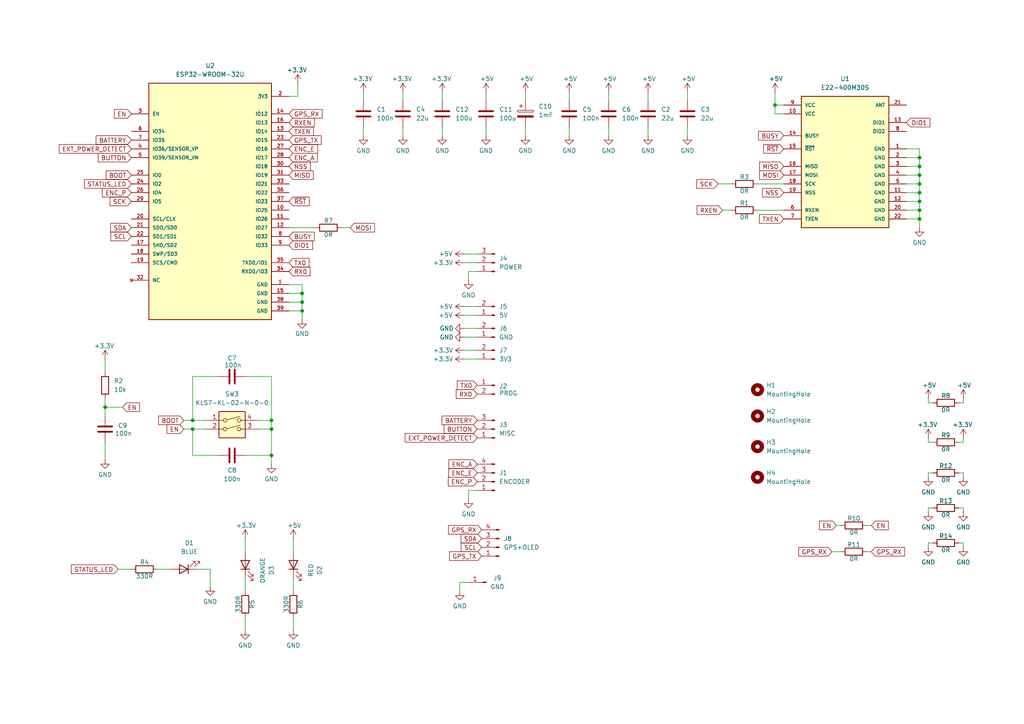
<source format=kicad_sch>
(kicad_sch (version 20231120) (generator "eeschema") (generator_version "8.0")
  (paper "A4")
  (lib_symbols
    (symbol "Connector:Conn_01x01_Pin" (pin_names (offset 1.016) hide)
      (property "Reference" "J" (at 0 2.54 0))
      (property "Value" "Conn_01x01_Pin" (at 0 -2.54 0))
      (symbol "Conn_01x01_Pin_1_1"
        (pin passive line (at 5.08 0 180) (length 3.81) (name "Pin_1") (number "1"))
      )
    )
    (symbol "Connector:Conn_01x02_Pin" (pin_names (offset 1.016) hide)
      (property "Reference" "J" (at 0 2.54 0))
      (property "Value" "Conn_01x02_Pin" (at 0 -5.08 0))
      (symbol "Conn_01x02_Pin_1_1"
        (pin passive line (at 5.08 0 180) (length 3.81) (name "Pin_1") (number "1"))
        (pin passive line (at 5.08 -2.54 180) (length 3.81) (name "Pin_2") (number "2"))
      )
    )
    (symbol "Connector:Conn_01x03_Pin" (pin_names (offset 1.016) hide)
      (property "Reference" "J" (at 0 5.08 0))
      (property "Value" "Conn_01x03_Pin" (at 0 -5.08 0))
      (symbol "Conn_01x03_Pin_1_1"
        (pin passive line (at 5.08 2.54 180) (length 3.81) (name "Pin_1") (number "1"))
        (pin passive line (at 5.08 0 180) (length 3.81) (name "Pin_2") (number "2"))
        (pin passive line (at 5.08 -2.54 180) (length 3.81) (name "Pin_3") (number "3"))
      )
    )
    (symbol "Connector:Conn_01x04_Pin" (pin_names (offset 1.016) hide)
      (property "Reference" "J" (at 0 5.08 0))
      (property "Value" "Conn_01x04_Pin" (at 0 -7.62 0))
      (symbol "Conn_01x04_Pin_1_1"
        (pin passive line (at 5.08 2.54 180) (length 3.81) (name "Pin_1") (number "1"))
        (pin passive line (at 5.08 0 180) (length 3.81) (name "Pin_2") (number "2"))
        (pin passive line (at 5.08 -2.54 180) (length 3.81) (name "Pin_3") (number "3"))
        (pin passive line (at 5.08 -5.08 180) (length 3.81) (name "Pin_4") (number "4"))
      )
    )
    (symbol "Device:C" (pin_numbers hide) (pin_names (offset 0.254))
      (property "Reference" "C" (at 0.635 2.54 0))
      (property "Value" "C" (at 0.635 -2.54 0))
      (symbol "C_1_1"
        (pin passive line (at 0 3.81 270) (length 2.794) (name "~") (number "1"))
        (pin passive line (at 0 -3.81 90) (length 2.794) (name "~") (number "2"))
      )
    )
    (symbol "Device:C_Polarized" (pin_numbers hide) (pin_names (offset 0.254))
      (property "Reference" "C" (at 0.635 2.54 0))
      (property "Value" "C_Polarized" (at 0.635 -2.54 0))
      (symbol "C_Polarized_1_1"
        (pin passive line (at 0 3.81 270) (length 2.794) (name "~") (number "1"))
        (pin passive line (at 0 -3.81 90) (length 2.794) (name "~") (number "2"))
      )
    )
    (symbol "Device:LED" (pin_numbers hide) (pin_names (offset 1.016) hide)
      (property "Reference" "D" (at 0 2.54 0))
      (property "Value" "LED" (at 0 -2.54 0))
      (symbol "LED_1_1"
        (pin passive line (at -3.81 0 0) (length 2.54) (name "K") (number "1"))
        (pin passive line (at 3.81 0 180) (length 2.54) (name "A") (number "2"))
      )
    )
    (symbol "Device:R" (pin_numbers hide) (pin_names (offset 0))
      (property "Reference" "R" (at 2.032 0 90))
      (property "Value" "R" (at 0 0 90))
      (symbol "R_1_1"
        (pin passive line (at 0 3.81 270) (length 1.27) (name "~") (number "1"))
        (pin passive line (at 0 -3.81 90) (length 1.27) (name "~") (number "2"))
      )
    )
    (symbol "Mechanical:MountingHole" (pin_names (offset 1.016)) (exclude_from_sim yes) (in_bom no)
      (property "Reference" "H" (at 0 5.08 0))
      (property "Value" "MountingHole" (at 0 3.175 0))
    )
    (symbol "Switch:SW_DIP_x02" (pin_names (offset 0) hide)
      (property "Reference" "SW" (at 0 6.35 0))
      (property "Value" "SW_DIP_x02" (at 0 -3.81 0))
      (symbol "SW_DIP_x02_1_1"
        (pin passive line (at -7.62 2.54 0) (length 5.08) (name "~") (number "1"))
        (pin passive line (at -7.62 0 0) (length 5.08) (name "~") (number "2"))
        (pin passive line (at 7.62 0 180) (length 5.08) (name "~") (number "3"))
        (pin passive line (at 7.62 2.54 180) (length 5.08) (name "~") (number "4"))
      )
    )
    (symbol "aa_ld1:E22-400M30S" (pin_names (offset 1.016))
      (property "Reference" "U" (at -12.7 16.002 0))
      (property "Value" "E22-400M30S" (at -12.954 -25.4 0))
      (symbol "E22-400M30S_0_0"
        (pin power_in line (at 17.78 0 180) (length 5.08) (name "GND") (number "1"))
        (pin power_in line (at -17.78 10.16 0) (length 5.08) (name "VCC") (number "10"))
        (pin power_in line (at 17.78 -12.7 180) (length 5.08) (name "GND") (number "11"))
        (pin power_in line (at 17.78 -15.24 180) (length 5.08) (name "GND") (number "12"))
        (pin bidirectional line (at 17.78 7.62 180) (length 5.08) (name "DIO1") (number "13"))
        (pin output line (at -17.78 3.81 0) (length 5.08) (name "BUSY") (number "14"))
        (pin input line (at -17.78 0 0) (length 5.08) (name "~{RST}") (number "15"))
        (pin output line (at -17.78 -5.08 0) (length 5.08) (name "MISO") (number "16"))
        (pin input line (at -17.78 -7.62 0) (length 5.08) (name "MOSI") (number "17"))
        (pin input line (at -17.78 -10.16 0) (length 5.08) (name "SCK") (number "18"))
        (pin input line (at -17.78 -12.7 0) (length 5.08) (name "NSS") (number "19"))
        (pin power_in line (at 17.78 -2.54 180) (length 5.08) (name "GND") (number "2"))
        (pin power_in line (at 17.78 -17.78 180) (length 5.08) (name "GND") (number "20"))
        (pin output line (at 17.78 12.7 180) (length 5.08) (name "ANT") (number "21"))
        (pin power_in line (at 17.78 -20.32 180) (length 5.08) (name "GND") (number "22"))
        (pin power_in line (at 17.78 -5.08 180) (length 5.08) (name "GND") (number "3"))
        (pin power_in line (at 17.78 -7.62 180) (length 5.08) (name "GND") (number "4"))
        (pin power_in line (at 17.78 -10.16 180) (length 5.08) (name "GND") (number "5"))
        (pin input line (at -17.78 -17.78 0) (length 5.08) (name "RXEN") (number "6"))
        (pin input line (at -17.78 -20.32 0) (length 5.08) (name "TXEN") (number "7"))
        (pin bidirectional line (at 17.78 5.08 180) (length 5.08) (name "DIO2") (number "8"))
        (pin power_in line (at -17.78 12.7 0) (length 5.08) (name "VCC") (number "9"))
      )
    )
    (symbol "aa_ld1:ESP32-WROOM-32U" (pin_names (offset 1.016))
      (property "Reference" "U" (at -17.78 32.512 0))
      (property "Value" "ESP32-WROOM-32U" (at -17.78 -39.878 0))
      (symbol "ESP32-WROOM-32U_0_0"
        (pin power_in line (at 22.86 -26.67 180) (length 5.08) (name "GND") (number "1"))
        (pin bidirectional line (at 22.86 -5.08 180) (length 5.08) (name "IO25") (number "10"))
        (pin bidirectional line (at 22.86 -7.62 180) (length 5.08) (name "IO26") (number "11"))
        (pin bidirectional line (at 22.86 -10.16 180) (length 5.08) (name "IO27") (number "12"))
        (pin bidirectional line (at 22.86 17.78 180) (length 5.08) (name "IO14") (number "13"))
        (pin bidirectional line (at 22.86 22.86 180) (length 5.08) (name "IO12") (number "14"))
        (pin power_in line (at 22.86 -29.21 180) (length 5.08) (name "GND") (number "15"))
        (pin bidirectional line (at 22.86 20.32 180) (length 5.08) (name "IO13") (number "16"))
        (pin bidirectional line (at -22.86 -15.24 0) (length 5.08) (name "SHD/SD2") (number "17"))
        (pin bidirectional line (at -22.86 -17.78 0) (length 5.08) (name "SWP/SD3") (number "18"))
        (pin bidirectional line (at -22.86 -20.32 0) (length 5.08) (name "SCS/CMD") (number "19"))
        (pin power_in line (at 22.86 27.94 180) (length 5.08) (name "3V3") (number "2"))
        (pin bidirectional line (at -22.86 -7.62 0) (length 5.08) (name "SCL/CLK") (number "20"))
        (pin bidirectional line (at -22.86 -10.16 0) (length 5.08) (name "SDO/SD0") (number "21"))
        (pin bidirectional line (at -22.86 -12.7 0) (length 5.08) (name "SD1/SD1") (number "22"))
        (pin bidirectional line (at 22.86 15.24 180) (length 5.08) (name "IO15") (number "23"))
        (pin bidirectional line (at -22.86 2.54 0) (length 5.08) (name "IO2") (number "24"))
        (pin bidirectional line (at -22.86 5.08 0) (length 5.08) (name "IO0") (number "25"))
        (pin bidirectional line (at -22.86 0 0) (length 5.08) (name "IO4") (number "26"))
        (pin bidirectional line (at 22.86 12.7 180) (length 5.08) (name "IO16") (number "27"))
        (pin bidirectional line (at 22.86 10.16 180) (length 5.08) (name "IO17") (number "28"))
        (pin bidirectional line (at -22.86 -2.54 0) (length 5.08) (name "IO5") (number "29"))
        (pin input line (at -22.86 22.86 0) (length 5.08) (name "EN") (number "3"))
        (pin bidirectional line (at 22.86 7.62 180) (length 5.08) (name "IO18") (number "30"))
        (pin bidirectional line (at 22.86 5.08 180) (length 5.08) (name "IO19") (number "31"))
        (pin no_connect line (at -22.86 -25.4 0) (length 5.08) (name "NC") (number "32"))
        (pin bidirectional line (at 22.86 2.54 180) (length 5.08) (name "IO21") (number "33"))
        (pin bidirectional line (at 22.86 -22.86 180) (length 5.08) (name "RXD0/IO3") (number "34"))
        (pin bidirectional line (at 22.86 -20.32 180) (length 5.08) (name "TXD0/IO1") (number "35"))
        (pin bidirectional line (at 22.86 0 180) (length 5.08) (name "IO22") (number "36"))
        (pin bidirectional line (at 22.86 -2.54 180) (length 5.08) (name "IO23") (number "37"))
        (pin power_in line (at 22.86 -31.75 180) (length 5.08) (name "GND") (number "38"))
        (pin input line (at -22.86 12.7 0) (length 5.08) (name "IO36/SENSOR_VP") (number "4"))
        (pin input line (at -22.86 10.16 0) (length 5.08) (name "IO39/SENSOR_VN") (number "5"))
        (pin input line (at -22.86 17.78 0) (length 5.08) (name "IO34") (number "6"))
        (pin input line (at -22.86 15.24 0) (length 5.08) (name "IO35") (number "7"))
        (pin bidirectional line (at 22.86 -12.7 180) (length 5.08) (name "IO32") (number "8"))
        (pin bidirectional line (at 22.86 -15.24 180) (length 5.08) (name "IO33") (number "9"))
      )
      (symbol "ESP32-WROOM-32U_1_0"
        (pin power_in line (at 22.86 -34.29 180) (length 5.08) (name "GND") (number "39"))
      )
    )
    (symbol "power:+3.3V" (power) (pin_numbers hide) (pin_names (offset 0) hide)
      (property "Value" "+3.3V" (at 0 3.556 0))
      (symbol "+3.3V_1_1"
        (pin power_in line (at 0 0 90) (length 0) (name "~") (number "1"))
      )
    )
    (symbol "power:+5V" (power) (pin_numbers hide) (pin_names (offset 0) hide)
      (property "Value" "+5V" (at 0 3.556 0))
      (symbol "+5V_1_1"
        (pin power_in line (at 0 0 90) (length 0) (name "~") (number "1"))
      )
    )
    (symbol "power:GND" (power) (pin_numbers hide) (pin_names (offset 0) hide)
      (property "Value" "GND" (at 0 -3.81 0))
      (symbol "GND_1_1"
        (pin power_in line (at 0 0 270) (length 0) (name "~") (number "1"))
      )
    )
  )
  (junction (at 30.48 118.11))
  (junction (at 87.63 85.09))
  (junction (at 55.88 124.46))
  (junction (at 266.7 60.96))
  (junction (at 266.7 53.34))
  (junction (at 266.7 50.8))
  (junction (at 224.79 30.48))
  (junction (at 78.74 121.92))
  (junction (at 87.63 87.63))
  (junction (at 78.74 124.46))
  (junction (at 266.7 63.5))
  (junction (at 266.7 45.72))
  (junction (at 87.63 90.17))
  (junction (at 55.88 121.92))
  (junction (at 78.74 132.08))
  (junction (at 266.7 48.26))
  (junction (at 266.7 55.88))
  (junction (at 266.7 58.42))
  (wire (pts (xy 278.13 157.48) (xy 279.4 157.48)))
  (wire (pts (xy 128.27 26.67) (xy 128.27 29.21)))
  (wire (pts (xy 269.24 128.27) (xy 269.24 127)))
  (wire (pts (xy 279.4 137.16) (xy 279.4 138.43)))
  (wire (pts (xy 53.34 121.92) (xy 55.88 121.92)))
  (wire (pts (xy 87.63 87.63) (xy 87.63 85.09)))
  (wire (pts (xy 138.43 78.74) (xy 135.89 78.74)))
  (wire (pts (xy 165.1 39.37) (xy 165.1 36.83)))
  (wire (pts (xy 266.7 50.8) (xy 266.7 53.34)))
  (wire (pts (xy 83.82 66.04) (xy 91.44 66.04)))
  (wire (pts (xy 71.12 167.64) (xy 71.12 171.45)))
  (wire (pts (xy 279.4 157.48) (xy 279.4 158.75)))
  (wire (pts (xy 278.13 116.84) (xy 279.4 116.84)))
  (wire (pts (xy 30.48 128.27) (xy 30.48 133.35)))
  (wire (pts (xy 74.93 121.92) (xy 78.74 121.92)))
  (wire (pts (xy 135.89 142.24) (xy 138.43 142.24)))
  (wire (pts (xy 101.6 66.04) (xy 99.06 66.04)))
  (wire (pts (xy 140.97 26.67) (xy 140.97 29.21)))
  (wire (pts (xy 87.63 82.55) (xy 83.82 82.55)))
  (wire (pts (xy 135.89 78.74) (xy 135.89 81.28)))
  (wire (pts (xy 219.71 53.34) (xy 227.33 53.34)))
  (wire (pts (xy 176.53 39.37) (xy 176.53 36.83)))
  (wire (pts (xy 71.12 109.22) (xy 78.74 109.22)))
  (wire (pts (xy 87.63 92.71) (xy 87.63 90.17)))
  (wire (pts (xy 133.35 168.91) (xy 135.89 168.91)))
  (wire (pts (xy 270.51 147.32) (xy 269.24 147.32)))
  (wire (pts (xy 243.84 152.4) (xy 242.57 152.4)))
  (wire (pts (xy 53.34 124.46) (xy 55.88 124.46)))
  (wire (pts (xy 128.27 39.37) (xy 128.27 36.83)))
  (wire (pts (xy 55.88 124.46) (xy 55.88 132.08)))
  (wire (pts (xy 262.89 63.5) (xy 266.7 63.5)))
  (wire (pts (xy 57.15 165.1) (xy 60.96 165.1)))
  (wire (pts (xy 134.62 88.9) (xy 138.43 88.9)))
  (wire (pts (xy 59.69 124.46) (xy 55.88 124.46)))
  (wire (pts (xy 134.62 104.14) (xy 138.43 104.14)))
  (wire (pts (xy 30.48 118.11) (xy 30.48 120.65)))
  (wire (pts (xy 270.51 157.48) (xy 269.24 157.48)))
  (wire (pts (xy 55.88 132.08) (xy 63.5 132.08)))
  (wire (pts (xy 105.41 39.37) (xy 105.41 36.83)))
  (wire (pts (xy 266.7 58.42) (xy 266.7 55.88)))
  (wire (pts (xy 269.24 147.32) (xy 269.24 148.59)))
  (wire (pts (xy 266.7 60.96) (xy 266.7 58.42)))
  (wire (pts (xy 262.89 45.72) (xy 266.7 45.72)))
  (wire (pts (xy 83.82 85.09) (xy 87.63 85.09)))
  (wire (pts (xy 187.96 26.67) (xy 187.96 29.21)))
  (wire (pts (xy 133.35 171.45) (xy 133.35 168.91)))
  (wire (pts (xy 165.1 26.67) (xy 165.1 29.21)))
  (wire (pts (xy 71.12 156.21) (xy 71.12 160.02)))
  (wire (pts (xy 208.28 53.34) (xy 212.09 53.34)))
  (wire (pts (xy 85.09 167.64) (xy 85.09 171.45)))
  (wire (pts (xy 60.96 165.1) (xy 60.96 170.18)))
  (wire (pts (xy 134.62 95.25) (xy 138.43 95.25)))
  (wire (pts (xy 71.12 132.08) (xy 78.74 132.08)))
  (wire (pts (xy 83.82 90.17) (xy 87.63 90.17)))
  (wire (pts (xy 269.24 157.48) (xy 269.24 158.75)))
  (wire (pts (xy 209.55 60.96) (xy 212.09 60.96)))
  (wire (pts (xy 55.88 121.92) (xy 59.69 121.92)))
  (wire (pts (xy 262.89 60.96) (xy 266.7 60.96)))
  (wire (pts (xy 266.7 63.5) (xy 266.7 60.96)))
  (wire (pts (xy 224.79 33.02) (xy 224.79 30.48)))
  (wire (pts (xy 279.4 116.84) (xy 279.4 115.57)))
  (wire (pts (xy 30.48 104.14) (xy 30.48 107.95)))
  (wire (pts (xy 116.84 39.37) (xy 116.84 36.83)))
  (wire (pts (xy 279.4 128.27) (xy 279.4 127)))
  (wire (pts (xy 227.33 33.02) (xy 224.79 33.02)))
  (wire (pts (xy 266.7 53.34) (xy 262.89 53.34)))
  (wire (pts (xy 199.39 26.67) (xy 199.39 29.21)))
  (wire (pts (xy 243.84 160.02) (xy 241.3 160.02)))
  (wire (pts (xy 55.88 109.22) (xy 55.88 121.92)))
  (wire (pts (xy 278.13 137.16) (xy 279.4 137.16)))
  (wire (pts (xy 251.46 152.4) (xy 252.73 152.4)))
  (wire (pts (xy 134.62 73.66) (xy 138.43 73.66)))
  (wire (pts (xy 266.7 50.8) (xy 266.7 48.26)))
  (wire (pts (xy 266.7 66.04) (xy 266.7 63.5)))
  (wire (pts (xy 224.79 26.67) (xy 224.79 30.48)))
  (wire (pts (xy 134.62 101.6) (xy 138.43 101.6)))
  (wire (pts (xy 87.63 85.09) (xy 87.63 82.55)))
  (wire (pts (xy 34.29 165.1) (xy 38.1 165.1)))
  (wire (pts (xy 262.89 58.42) (xy 266.7 58.42)))
  (wire (pts (xy 30.48 115.57) (xy 30.48 118.11)))
  (wire (pts (xy 74.93 124.46) (xy 78.74 124.46)))
  (wire (pts (xy 266.7 55.88) (xy 266.7 53.34)))
  (wire (pts (xy 134.62 91.44) (xy 138.43 91.44)))
  (wire (pts (xy 134.62 97.79) (xy 138.43 97.79)))
  (wire (pts (xy 87.63 90.17) (xy 87.63 87.63)))
  (wire (pts (xy 152.4 26.67) (xy 152.4 29.21)))
  (wire (pts (xy 78.74 134.62) (xy 78.74 132.08)))
  (wire (pts (xy 152.4 39.37) (xy 152.4 36.83)))
  (wire (pts (xy 45.72 165.1) (xy 49.53 165.1)))
  (wire (pts (xy 63.5 109.22) (xy 55.88 109.22)))
  (wire (pts (xy 140.97 39.37) (xy 140.97 36.83)))
  (wire (pts (xy 262.89 50.8) (xy 266.7 50.8)))
  (wire (pts (xy 278.13 128.27) (xy 279.4 128.27)))
  (wire (pts (xy 71.12 179.07) (xy 71.12 182.88)))
  (wire (pts (xy 176.53 26.67) (xy 176.53 29.21)))
  (wire (pts (xy 266.7 45.72) (xy 266.7 48.26)))
  (wire (pts (xy 85.09 156.21) (xy 85.09 160.02)))
  (wire (pts (xy 262.89 48.26) (xy 266.7 48.26)))
  (wire (pts (xy 270.51 128.27) (xy 269.24 128.27)))
  (wire (pts (xy 86.36 27.94) (xy 83.82 27.94)))
  (wire (pts (xy 78.74 124.46) (xy 78.74 132.08)))
  (wire (pts (xy 134.62 76.2) (xy 138.43 76.2)))
  (wire (pts (xy 116.84 26.67) (xy 116.84 29.21)))
  (wire (pts (xy 270.51 116.84) (xy 269.24 116.84)))
  (wire (pts (xy 266.7 43.18) (xy 266.7 45.72)))
  (wire (pts (xy 278.13 147.32) (xy 279.4 147.32)))
  (wire (pts (xy 135.89 144.78) (xy 135.89 142.24)))
  (wire (pts (xy 269.24 137.16) (xy 269.24 138.43)))
  (wire (pts (xy 85.09 179.07) (xy 85.09 182.88)))
  (wire (pts (xy 187.96 39.37) (xy 187.96 36.83)))
  (wire (pts (xy 269.24 116.84) (xy 269.24 115.57)))
  (wire (pts (xy 78.74 121.92) (xy 78.74 124.46)))
  (wire (pts (xy 78.74 109.22) (xy 78.74 121.92)))
  (wire (pts (xy 262.89 43.18) (xy 266.7 43.18)))
  (wire (pts (xy 105.41 26.67) (xy 105.41 29.21)))
  (wire (pts (xy 279.4 147.32) (xy 279.4 148.59)))
  (wire (pts (xy 251.46 160.02) (xy 252.73 160.02)))
  (wire (pts (xy 219.71 60.96) (xy 227.33 60.96)))
  (wire (pts (xy 86.36 24.13) (xy 86.36 27.94)))
  (wire (pts (xy 224.79 30.48) (xy 227.33 30.48)))
  (wire (pts (xy 83.82 87.63) (xy 87.63 87.63)))
  (wire (pts (xy 266.7 55.88) (xy 262.89 55.88)))
  (wire (pts (xy 270.51 137.16) (xy 269.24 137.16)))
  (wire (pts (xy 30.48 118.11) (xy 35.56 118.11)))
  (wire (pts (xy 199.39 39.37) (xy 199.39 36.83)))
  (global_label "BOOT" (shape input) (at 53.34 121.92 180) (property "Intersheetrefs" "${INTERSHEET_REFS}" (effects (hide yes))))
  (global_label "ENC_E" (shape input) (at 83.82 43.18 0) (property "Intersheetrefs" "${INTERSHEET_REFS}" (effects (hide yes))))
  (global_label "SDA" (shape input) (at 38.1 66.04 180) (property "Intersheetrefs" "${INTERSHEET_REFS}" (effects (hide yes))))
  (global_label "TX0" (shape input) (at 138.43 111.76 180) (property "Intersheetrefs" "${INTERSHEET_REFS}" (effects (hide yes))))
  (global_label "RX0" (shape input) (at 138.43 114.3 180) (property "Intersheetrefs" "${INTERSHEET_REFS}" (effects (hide yes))))
  (global_label "ENC_A" (shape input) (at 83.82 45.72 0) (property "Intersheetrefs" "${INTERSHEET_REFS}" (effects (hide yes))))
  (global_label "BUSY" (shape input) (at 83.82 68.58 0) (property "Intersheetrefs" "${INTERSHEET_REFS}" (effects (hide yes))))
  (global_label "RXEN" (shape input) (at 83.82 35.56 0) (property "Intersheetrefs" "${INTERSHEET_REFS}" (effects (hide yes))))
  (global_label "TXEN" (shape input) (at 83.82 38.1 0) (property "Intersheetrefs" "${INTERSHEET_REFS}" (effects (hide yes))))
  (global_label "DIO1" (shape input) (at 83.82 71.12 0) (property "Intersheetrefs" "${INTERSHEET_REFS}" (effects (hide yes))))
  (global_label "BUTTON" (shape input) (at 38.1 45.72 180) (property "Intersheetrefs" "${INTERSHEET_REFS}" (effects (hide yes))))
  (global_label "SCL" (shape input) (at 38.1 68.58 180) (property "Intersheetrefs" "${INTERSHEET_REFS}" (effects (hide yes))))
  (global_label "GPS_RX" (shape input) (at 139.7 153.67 180) (property "Intersheetrefs" "${INTERSHEET_REFS}" (effects (hide yes))))
  (global_label "BUSY" (shape input) (at 227.33 39.37 180) (property "Intersheetrefs" "${INTERSHEET_REFS}" (effects (hide yes))))
  (global_label "RX0" (shape input) (at 83.82 78.74 0) (property "Intersheetrefs" "${INTERSHEET_REFS}" (effects (hide yes))))
  (global_label "~{RST}" (shape input) (at 227.33 43.18 180) (property "Intersheetrefs" "${INTERSHEET_REFS}" (effects (hide yes))))
  (global_label "BATTERY" (shape input) (at 38.1 40.64 180) (property "Intersheetrefs" "${INTERSHEET_REFS}" (effects (hide yes))))
  (global_label "NSS" (shape input) (at 227.33 55.88 180) (property "Intersheetrefs" "${INTERSHEET_REFS}" (effects (hide yes))))
  (global_label "TXEN" (shape input) (at 227.33 63.5 180) (property "Intersheetrefs" "${INTERSHEET_REFS}" (effects (hide yes))))
  (global_label "RXEN" (shape input) (at 209.55 60.96 180) (property "Intersheetrefs" "${INTERSHEET_REFS}" (effects (hide yes))))
  (global_label "NSS" (shape input) (at 83.82 48.26 0) (property "Intersheetrefs" "${INTERSHEET_REFS}" (effects (hide yes))))
  (global_label "STATUS_LED" (shape input) (at 34.29 165.1 180) (property "Intersheetrefs" "${INTERSHEET_REFS}" (effects (hide yes))))
  (global_label "MOSI" (shape input) (at 101.6 66.04 0) (property "Intersheetrefs" "${INTERSHEET_REFS}" (effects (hide yes))))
  (global_label "EN" (shape input) (at 38.1 33.02 180) (property "Intersheetrefs" "${INTERSHEET_REFS}" (effects (hide yes))))
  (global_label "TX0" (shape input) (at 83.82 76.2 0) (property "Intersheetrefs" "${INTERSHEET_REFS}" (effects (hide yes))))
  (global_label "EXT_POWER_DETECT" (shape input) (at 38.1 43.18 180) (property "Intersheetrefs" "${INTERSHEET_REFS}" (effects (hide yes))))
  (global_label "GPS_TX" (shape input) (at 139.7 161.29 180) (property "Intersheetrefs" "${INTERSHEET_REFS}" (effects (hide yes))))
  (global_label "EN" (shape input) (at 242.57 152.4 180) (property "Intersheetrefs" "${INTERSHEET_REFS}" (effects (hide yes))))
  (global_label "BOOT" (shape input) (at 38.1 50.8 180) (property "Intersheetrefs" "${INTERSHEET_REFS}" (effects (hide yes))))
  (global_label "SCK" (shape input) (at 38.1 58.42 180) (property "Intersheetrefs" "${INTERSHEET_REFS}" (effects (hide yes))))
  (global_label "STATUS_LED" (shape input) (at 38.1 53.34 180) (property "Intersheetrefs" "${INTERSHEET_REFS}" (effects (hide yes))))
  (global_label "BUTTON" (shape input) (at 138.43 124.46 180) (property "Intersheetrefs" "${INTERSHEET_REFS}" (effects (hide yes))))
  (global_label "EXT_POWER_DETECT" (shape input) (at 138.43 127 180) (property "Intersheetrefs" "${INTERSHEET_REFS}" (effects (hide yes))))
  (global_label "SCL" (shape input) (at 139.7 158.75 180) (property "Intersheetrefs" "${INTERSHEET_REFS}" (effects (hide yes))))
  (global_label "GPS_TX" (shape input) (at 83.82 40.64 0) (property "Intersheetrefs" "${INTERSHEET_REFS}" (effects (hide yes))))
  (global_label "SCK" (shape input) (at 208.28 53.34 180) (property "Intersheetrefs" "${INTERSHEET_REFS}" (effects (hide yes))))
  (global_label "~{RST}" (shape input) (at 83.82 58.42 0) (property "Intersheetrefs" "${INTERSHEET_REFS}" (effects (hide yes))))
  (global_label "EN" (shape input) (at 53.34 124.46 180) (property "Intersheetrefs" "${INTERSHEET_REFS}" (effects (hide yes))))
  (global_label "ENC_A" (shape input) (at 138.43 134.62 180) (property "Intersheetrefs" "${INTERSHEET_REFS}" (effects (hide yes))))
  (global_label "MOSI" (shape input) (at 227.33 50.8 180) (property "Intersheetrefs" "${INTERSHEET_REFS}" (effects (hide yes))))
  (global_label "EN" (shape input) (at 35.56 118.11 0) (property "Intersheetrefs" "${INTERSHEET_REFS}" (effects (hide yes))))
  (global_label "SDA" (shape input) (at 139.7 156.21 180) (property "Intersheetrefs" "${INTERSHEET_REFS}" (effects (hide yes))))
  (global_label "ENC_P" (shape input) (at 138.43 139.7 180) (property "Intersheetrefs" "${INTERSHEET_REFS}" (effects (hide yes))))
  (global_label "ENC_E" (shape input) (at 138.43 137.16 180) (property "Intersheetrefs" "${INTERSHEET_REFS}" (effects (hide yes))))
  (global_label "GPS_RX" (shape input) (at 83.82 33.02 0) (property "Intersheetrefs" "${INTERSHEET_REFS}" (effects (hide yes))))
  (global_label "BATTERY" (shape input) (at 138.43 121.92 180) (property "Intersheetrefs" "${INTERSHEET_REFS}" (effects (hide yes))))
  (global_label "MISO" (shape input) (at 83.82 50.8 0) (property "Intersheetrefs" "${INTERSHEET_REFS}" (effects (hide yes))))
  (global_label "MISO" (shape input) (at 227.33 48.26 180) (property "Intersheetrefs" "${INTERSHEET_REFS}" (effects (hide yes))))
  (global_label "GPS_RX" (shape input) (at 241.3 160.02 180) (property "Intersheetrefs" "${INTERSHEET_REFS}" (effects (hide yes))))
  (global_label "EN" (shape input) (at 252.73 152.4 0) (property "Intersheetrefs" "${INTERSHEET_REFS}" (effects (hide yes))))
  (global_label "GPS_RX" (shape input) (at 252.73 160.02 0) (property "Intersheetrefs" "${INTERSHEET_REFS}" (effects (hide yes))))
  (global_label "DIO1" (shape input) (at 262.89 35.56 0) (property "Intersheetrefs" "${INTERSHEET_REFS}" (effects (hide yes))))
  (global_label "ENC_P" (shape input) (at 38.1 55.88 180) (property "Intersheetrefs" "${INTERSHEET_REFS}" (effects (hide yes))))
  (symbol (lib_id "power:GND") (at 176.53 39.37 0) (unit 1)
    (property "Reference" "#PWR016" (effects (hide yes)))
    (property "Value" "GND" (at 176.53 43.688 0))
    (property "Description" "Power symbol creates a global label with name \"GND\" , ground" (effects (hide yes)))
  )
  (symbol (lib_id "power:GND") (at 279.4 138.43 0) (unit 1)
    (property "Reference" "#PWR042" (effects (hide yes)))
    (property "Value" "GND" (at 279.4 142.748 0))
    (property "Description" "Power symbol creates a global label with name \"GND\" , ground" (effects (hide yes)))
  )
  (symbol (lib_id "power:GND") (at 133.35 171.45 0) (unit 1)
    (property "Reference" "#PWR047" (effects (hide yes)))
    (property "Value" "GND" (at 133.35 175.768 0))
    (property "Description" "Power symbol creates a global label with name \"GND\" , ground" (effects (hide yes)))
  )
  (symbol (lib_id "Device:LED") (at 71.12 163.83 90) (unit 1)
    (property "Reference" "D3" (at 78.74 165.4175 0))
    (property "Value" "ORANGE" (at 76.2 165.4175 0))
    (property "Footprint" "LED_SMD:LED_1206_3216Metric_Pad1.42x1.75mm_HandSolder" (effects (hide yes)))
    (property "Description" "https://www.rcscomponents.kiev.ua/product/svitlodiod-1206-pomaranchevyi-kt-smd1206-y-kento_179151.html" (effects (hide yes)))
  )
  (symbol (lib_id "power:GND") (at 279.4 158.75 0) (unit 1)
    (property "Reference" "#PWR046" (effects (hide yes)))
    (property "Value" "GND" (at 279.4 163.068 0))
    (property "Description" "Power symbol creates a global label with name \"GND\" , ground" (effects (hide yes)))
  )
  (symbol (lib_id "Device:C") (at 128.27 33.02 0) (unit 1)
    (property "Reference" "C12" (at 132.08 31.7499 0) (effects (justify left)))
    (property "Value" "100u" (at 132.08 34.2899 0) (effects (justify left)))
    (property "Footprint" "Capacitor_SMD:C_1206_3216Metric_Pad1.33x1.80mm_HandSolder" (effects (hide yes)))
    (property "Description" "https://www.rcscomponents.kiev.ua/product/100uf-6-3v-x5r-10-1206-2k-reel-grm31cr60j107ke39l-murata_101358.html" (effects (hide yes)))
  )
  (symbol (lib_id "power:GND") (at 266.7 66.04 0) (unit 1)
    (property "Reference" "#PWR02" (effects (hide yes)))
    (property "Value" "GND" (at 266.7 70.358 0))
    (property "Description" "Power symbol creates a global label with name \"GND\" , ground" (effects (hide yes)))
  )
  (symbol (lib_id "Device:C") (at 176.53 33.02 0) (unit 1)
    (property "Reference" "C6" (at 180.34 31.7499 0) (effects (justify left)))
    (property "Value" "100n" (at 180.34 34.2899 0) (effects (justify left)))
    (property "Footprint" "Capacitor_SMD:C_1206_3216Metric_Pad1.33x1.80mm_HandSolder" (effects (hide yes)))
    (property "Description" "https://www.rcscomponents.kiev.ua/product/100nf-50v-x7r-10-1206-4k-reel-cl31b104kbcnnnc-samsung_48855.html" (effects (hide yes)))
  )
  (symbol (lib_id "Device:C") (at 140.97 33.02 0) (unit 1)
    (property "Reference" "C11" (at 144.78 31.7499 0) (effects (justify left)))
    (property "Value" "100u" (at 144.78 34.2899 0) (effects (justify left)))
    (property "Footprint" "Capacitor_SMD:C_1206_3216Metric_Pad1.33x1.80mm_HandSolder" (effects (hide yes)))
    (property "Description" "https://www.rcscomponents.kiev.ua/product/100uf-6-3v-x5r-10-1206-2k-reel-grm31cr60j107ke39l-murata_101358.html" (effects (hide yes)))
  )
  (symbol (lib_id "power:GND") (at 269.24 158.75 0) (unit 1)
    (property "Reference" "#PWR045" (effects (hide yes)))
    (property "Value" "GND" (at 269.24 163.068 0))
    (property "Description" "Power symbol creates a global label with name \"GND\" , ground" (effects (hide yes)))
  )
  (symbol (lib_id "Connector:Conn_01x02_Pin") (at 143.51 97.79 180) (unit 1)
    (property "Reference" "J6" (at 144.78 95.2499 0) (effects (justify right)))
    (property "Value" "GND" (at 144.78 97.7899 0) (effects (justify right)))
    (property "Footprint" "Connector_PinHeader_2.54mm:PinHeader_1x02_P2.54mm_Vertical" (effects (hide yes)))
    (property "Description" "Generic connector, single row, 01x02, script generated" (effects (hide yes)))
  )
  (symbol (lib_id "Device:R") (at 274.32 137.16 90) (unit 1)
    (property "Reference" "R12" (at 274.32 135.128 90))
    (property "Value" "0R" (at 274.32 139.192 90))
    (property "Footprint" "Resistor_SMD:R_1206_3216Metric_Pad1.30x1.75mm_HandSolder" (effects (hide yes)))
    (property "Description" "https://www.rcscomponents.kiev.ua/product/0-ohm-5-0-25w-200v-1206-rc1206jr-0r-hitano-rezystor-smd_3684.html" (effects (hide yes)))
  )
  (symbol (lib_id "Connector:Conn_01x02_Pin") (at 143.51 104.14 180) (unit 1)
    (property "Reference" "J7" (at 144.78 101.5999 0) (effects (justify right)))
    (property "Value" "3V3" (at 144.78 104.1399 0) (effects (justify right)))
    (property "Footprint" "Connector_PinHeader_2.54mm:PinHeader_1x02_P2.54mm_Vertical" (effects (hide yes)))
    (property "Description" "Generic connector, single row, 01x02, script generated" (effects (hide yes)))
  )
  (symbol (lib_id "power:GND") (at 87.63 92.71 0) (unit 1)
    (property "Reference" "#PWR04" (effects (hide yes)))
    (property "Value" "GND" (at 87.63 96.774 0))
    (property "Description" "Power symbol creates a global label with name \"GND\" , ground" (effects (hide yes)))
  )
  (symbol (lib_id "Device:C") (at 116.84 33.02 0) (unit 1)
    (property "Reference" "C4" (at 120.65 31.7499 0) (effects (justify left)))
    (property "Value" "22u" (at 120.65 34.2899 0) (effects (justify left)))
    (property "Footprint" "Capacitor_SMD:C_1206_3216Metric_Pad1.33x1.80mm_HandSolder" (effects (hide yes)))
    (property "Description" "https://www.rcscomponents.kiev.ua/product/22uf-10v-x7r-10-c1206-2k-reel-c1206b226k100n2-hitano-kondensatory-keramichni-smd_153942.html" (effects (hide yes)))
  )
  (symbol (lib_id "Connector:Conn_01x03_Pin") (at 143.51 76.2 180) (unit 1)
    (property "Reference" "J4" (at 144.78 74.9299 0) (effects (justify right)))
    (property "Value" "POWER" (at 144.78 77.4699 0) (effects (justify right)))
    (property "Footprint" "Connector_PinHeader_2.54mm:PinHeader_1x03_P2.54mm_Vertical" (effects (hide yes)))
    (property "Description" "Generic connector, single row, 01x03, script generated" (effects (hide yes)))
  )
  (symbol (lib_id "Device:R") (at 215.9 53.34 90) (unit 1)
    (property "Reference" "R3" (at 215.9 51.308 90))
    (property "Value" "0R" (at 215.9 55.372 90))
    (property "Footprint" "Resistor_SMD:R_1206_3216Metric_Pad1.30x1.75mm_HandSolder" (effects (hide yes)))
    (property "Description" "https://www.rcscomponents.kiev.ua/product/0-ohm-5-0-25w-200v-1206-rc1206jr-0r-hitano-rezystor-smd_3684.html" (effects (hide yes)))
  )
  (symbol (lib_id "power:+5V") (at 269.24 115.57 0) (unit 1)
    (property "Reference" "#PWR028" (effects (hide yes)))
    (property "Value" "+5V" (at 267.462 111.76 0) (effects (justify left)))
    (property "Description" "Power symbol creates a global label with name \"+5V\"" (effects (hide yes)))
  )
  (symbol (lib_id "power:+3.3V") (at 134.62 76.2 90) (unit 1)
    (property "Reference" "#PWR033" (effects (hide yes)))
    (property "Value" "+3.3V" (at 128.524 76.2 90))
    (property "Description" "Power symbol creates a global label with name \"+3.3V\"" (effects (hide yes)))
  )
  (symbol (lib_id "Device:C") (at 30.48 124.46 0) (unit 1)
    (property "Reference" "C9" (at 35.56 123.444 0))
    (property "Value" "100n" (at 35.814 125.73 0))
    (property "Footprint" "Capacitor_SMD:C_1206_3216Metric_Pad1.33x1.80mm_HandSolder" (effects (hide yes)))
    (property "Description" "https://www.rcscomponents.kiev.ua/product/100nf-50v-x7r-10-1206-4k-reel-cl31b104kbcnnnc-samsung_48855.html" (effects (hide yes)))
  )
  (symbol (lib_id "power:+5V") (at 187.96 26.67 0) (unit 1)
    (property "Reference" "#PWR011" (effects (hide yes)))
    (property "Value" "+5V" (at 186.182 22.86 0) (effects (justify left)))
    (property "Description" "Power symbol creates a global label with name \"+5V\"" (effects (hide yes)))
  )
  (symbol (lib_id "Device:R") (at 247.65 152.4 90) (unit 1)
    (property "Reference" "R10" (at 247.65 150.368 90))
    (property "Value" "0R" (at 247.65 154.432 90))
    (property "Footprint" "Resistor_SMD:R_1206_3216Metric_Pad1.30x1.75mm_HandSolder" (effects (hide yes)))
    (property "Description" "https://www.rcscomponents.kiev.ua/product/0-ohm-5-0-25w-200v-1206-rc1206jr-0r-hitano-rezystor-smd_3684.html" (effects (hide yes)))
  )
  (symbol (lib_id "power:+3.3V") (at 30.48 104.14 0) (unit 1)
    (property "Reference" "#PWR019" (effects (hide yes)))
    (property "Value" "+3.3V" (at 30.226 100.33 0))
    (property "Description" "Power symbol creates a global label with name \"+3.3V\"" (effects (hide yes)))
  )
  (symbol (lib_id "Device:R") (at 274.32 128.27 90) (unit 1)
    (property "Reference" "R9" (at 274.32 126.238 90))
    (property "Value" "0R" (at 274.32 130.302 90))
    (property "Footprint" "Resistor_SMD:R_1206_3216Metric_Pad1.30x1.75mm_HandSolder" (effects (hide yes)))
    (property "Description" "https://www.rcscomponents.kiev.ua/product/0-ohm-5-0-25w-200v-1206-rc1206jr-0r-hitano-rezystor-smd_3684.html" (effects (hide yes)))
  )
  (symbol (lib_id "power:GND") (at 152.4 39.37 0) (unit 1)
    (property "Reference" "#PWR023" (effects (hide yes)))
    (property "Value" "GND" (at 152.4 43.688 0))
    (property "Description" "Power symbol creates a global label with name \"GND\" , ground" (effects (hide yes)))
  )
  (symbol (lib_id "Device:R") (at 85.09 175.26 0) (unit 1)
    (property "Reference" "R6" (at 87.122 175.26 90))
    (property "Value" "330R" (at 83.058 175.26 90))
    (property "Footprint" "Resistor_SMD:R_1206_3216Metric_Pad1.30x1.75mm_HandSolder" (effects (hide yes)))
    (property "Description" "https://www.rcscomponents.kiev.ua/product/330-ohm-5-0-25w-200v-1206-wr12x331jtl-walsin_183431.html" (effects (hide yes)))
  )
  (symbol (lib_id "power:GND") (at 30.48 133.35 0) (unit 1)
    (property "Reference" "#PWR020" (effects (hide yes)))
    (property "Value" "GND" (at 30.48 137.668 0))
    (property "Description" "Power symbol creates a global label with name \"GND\" , ground" (effects (hide yes)))
  )
  (symbol (lib_id "Connector:Conn_01x01_Pin") (at 140.97 168.91 180) (unit 1)
    (property "Reference" "J9" (at 144.272 167.64 0))
    (property "Value" "GND" (at 144.272 170.18 0))
    (property "Footprint" "Connector_PinHeader_2.54mm:PinHeader_1x01_P2.54mm_Vertical" (effects (hide yes)))
    (property "Description" "Generic connector, single row, 01x01, script generated" (effects (hide yes)))
  )
  (symbol (lib_id "Device:R") (at 95.25 66.04 90) (unit 1)
    (property "Reference" "R7" (at 95.25 64.008 90))
    (property "Value" "0R" (at 95.25 68.072 90))
    (property "Footprint" "Resistor_SMD:R_1206_3216Metric_Pad1.30x1.75mm_HandSolder" (effects (hide yes)))
    (property "Description" "https://www.rcscomponents.kiev.ua/product/0-ohm-5-0-25w-200v-1206-rc1206jr-0r-hitano-rezystor-smd_3684.html" (effects (hide yes)))
  )
  (symbol (lib_id "power:GND") (at 134.62 97.79 270) (mirror x) (unit 1)
    (property "Reference" "#PWR040" (effects (hide yes)))
    (property "Value" "GND" (at 129.54 97.79 90))
    (property "Description" "Power symbol creates a global label with name \"GND\" , ground" (effects (hide yes)))
  )
  (symbol (lib_id "power:GND") (at 279.4 148.59 0) (unit 1)
    (property "Reference" "#PWR044" (effects (hide yes)))
    (property "Value" "GND" (at 279.4 152.908 0))
    (property "Description" "Power symbol creates a global label with name \"GND\" , ground" (effects (hide yes)))
  )
  (symbol (lib_id "Device:C_Polarized") (at 152.4 33.02 0) (unit 1)
    (property "Reference" "C10" (at 156.21 30.8609 0) (effects (justify left)))
    (property "Value" "1mF" (at 156.21 33.4009 0) (effects (justify left)))
    (property "Footprint" "Capacitor_SMD:CP_Elec_10x10.5" (effects (hide yes)))
    (property "Description" "https://www.rcscomponents.kiev.ua/product/1000uf-10v-ezv-smd-sizef-10x10-5-low-imp-ezv102m10rf-hitano-elektrolitychnyi-kondensator-smd_56460.html" (effects (hide yes)))
  )
  (symbol (lib_id "power:+3.3V") (at 134.62 104.14 90) (unit 1)
    (property "Reference" "#PWR038" (effects (hide yes)))
    (property "Value" "+3.3V" (at 128.524 104.14 90))
    (property "Description" "Power symbol creates a global label with name \"+3.3V\"" (effects (hide yes)))
  )
  (symbol (lib_id "power:GND") (at 135.89 144.78 0) (unit 1)
    (property "Reference" "#PWR017" (effects (hide yes)))
    (property "Value" "GND" (at 135.89 149.098 0))
    (property "Description" "Power symbol creates a global label with name \"GND\" , ground" (effects (hide yes)))
  )
  (symbol (lib_id "Device:C") (at 67.31 132.08 270) (unit 1)
    (property "Reference" "C8" (at 67.31 136.398 90))
    (property "Value" "100n" (at 67.31 138.938 90))
    (property "Footprint" "Capacitor_SMD:C_1206_3216Metric_Pad1.33x1.80mm_HandSolder" (effects (hide yes)))
    (property "Description" "https://www.rcscomponents.kiev.ua/product/100nf-50v-x7r-10-1206-4k-reel-cl31b104kbcnnnc-samsung_48855.html" (effects (hide yes)))
  )
  (symbol (lib_id "power:GND") (at 116.84 39.37 0) (unit 1)
    (property "Reference" "#PWR010" (effects (hide yes)))
    (property "Value" "GND" (at 116.84 43.688 0))
    (property "Description" "Power symbol creates a global label with name \"GND\" , ground" (effects (hide yes)))
  )
  (symbol (lib_id "power:+3.3V") (at 71.12 156.21 0) (mirror y) (unit 1)
    (property "Reference" "#PWR025" (effects (hide yes)))
    (property "Value" "+3.3V" (at 71.374 152.4 0))
    (property "Description" "Power symbol creates a global label with name \"+3.3V\"" (effects (hide yes)))
  )
  (symbol (lib_id "Device:C") (at 105.41 33.02 0) (unit 1)
    (property "Reference" "C1" (at 109.22 31.7499 0) (effects (justify left)))
    (property "Value" "100n" (at 109.22 34.2899 0) (effects (justify left)))
    (property "Footprint" "Capacitor_SMD:C_1206_3216Metric_Pad1.33x1.80mm_HandSolder" (effects (hide yes)))
    (property "Description" "https://www.rcscomponents.kiev.ua/product/100nf-50v-x7r-10-1206-4k-reel-cl31b104kbcnnnc-samsung_48855.html" (effects (hide yes)))
  )
  (symbol (lib_id "power:GND") (at 105.41 39.37 0) (unit 1)
    (property "Reference" "#PWR05" (effects (hide yes)))
    (property "Value" "GND" (at 105.41 43.688 0))
    (property "Description" "Power symbol creates a global label with name \"GND\" , ground" (effects (hide yes)))
  )
  (symbol (lib_id "Device:C") (at 187.96 33.02 0) (unit 1)
    (property "Reference" "C2" (at 191.77 31.7499 0) (effects (justify left)))
    (property "Value" "22u" (at 191.77 34.2899 0) (effects (justify left)))
    (property "Footprint" "Capacitor_SMD:C_1206_3216Metric_Pad1.33x1.80mm_HandSolder" (effects (hide yes)))
    (property "Description" "https://www.rcscomponents.kiev.ua/product/22uf-10v-x7r-10-c1206-2k-reel-c1206b226k100n2-hitano-kondensatory-keramichni-smd_153942.html" (effects (hide yes)))
  )
  (symbol (lib_id "power:+5V") (at 199.39 26.67 0) (unit 1)
    (property "Reference" "#PWR06" (effects (hide yes)))
    (property "Value" "+5V" (at 197.612 22.86 0) (effects (justify left)))
    (property "Description" "Power symbol creates a global label with name \"+5V\"" (effects (hide yes)))
  )
  (symbol (lib_id "aa_ld1:E22-400M30S") (at 245.11 43.18 0) (unit 1)
    (property "Reference" "U1" (at 245.11 22.86 0))
    (property "Value" "E22-400M30S" (at 245.11 25.4 0))
    (property "Footprint" "aa_ld1:E22-400M30S" (effects (hide yes)))
    (property "Description" "https://www.rcscomponents.kiev.ua/product/e22-400m30s-ebyte-spi-module-on-chip-sx1268-410-493mhz-smd_168399.html" (effects (hide yes)))
  )
  (symbol (lib_id "Connector:Conn_01x04_Pin") (at 144.78 158.75 180) (unit 1)
    (property "Reference" "J8" (at 146.1108 156.2099 0) (effects (justify right)))
    (property "Value" "GPS+OLED" (at 146.1108 158.7499 0) (effects (justify right)))
    (property "Footprint" "Connector_PinHeader_2.54mm:PinHeader_1x04_P2.54mm_Vertical" (effects (hide yes)))
    (property "Description" "Generic connector, single row, 01x04, script generated" (effects (hide yes)))
  )
  (symbol (lib_id "Device:R") (at 215.9 60.96 90) (unit 1)
    (property "Reference" "R1" (at 215.9 58.928 90))
    (property "Value" "0R" (at 215.9 62.992 90))
    (property "Footprint" "Resistor_SMD:R_1206_3216Metric_Pad1.30x1.75mm_HandSolder" (effects (hide yes)))
    (property "Description" "https://www.rcscomponents.kiev.ua/product/0-ohm-5-0-25w-200v-1206-rc1206jr-0r-hitano-rezystor-smd_3684.html" (effects (hide yes)))
  )
  (symbol (lib_id "power:GND") (at 135.89 81.28 0) (mirror y) (unit 1)
    (property "Reference" "#PWR034" (effects (hide yes)))
    (property "Value" "GND" (at 135.89 85.598 0))
    (property "Description" "Power symbol creates a global label with name \"GND\" , ground" (effects (hide yes)))
  )
  (symbol (lib_id "Device:R") (at 274.32 116.84 90) (unit 1)
    (property "Reference" "R8" (at 274.32 114.808 90))
    (property "Value" "0R" (at 274.32 118.872 90))
    (property "Footprint" "Resistor_SMD:R_1206_3216Metric_Pad1.30x1.75mm_HandSolder" (effects (hide yes)))
    (property "Description" "https://www.rcscomponents.kiev.ua/product/0-ohm-5-0-25w-200v-1206-rc1206jr-0r-hitano-rezystor-smd_3684.html" (effects (hide yes)))
  )
  (symbol (lib_id "power:+5V") (at 279.4 115.57 0) (unit 1)
    (property "Reference" "#PWR029" (effects (hide yes)))
    (property "Value" "+5V" (at 277.622 111.76 0) (effects (justify left)))
    (property "Description" "Power symbol creates a global label with name \"+5V\"" (effects (hide yes)))
  )
  (symbol (lib_id "power:+5V") (at 176.53 26.67 0) (unit 1)
    (property "Reference" "#PWR015" (effects (hide yes)))
    (property "Value" "+5V" (at 174.752 22.86 0) (effects (justify left)))
    (property "Description" "Power symbol creates a global label with name \"+5V\"" (effects (hide yes)))
  )
  (symbol (lib_id "power:+5V") (at 134.62 88.9 90) (unit 1)
    (property "Reference" "#PWR035" (effects (hide yes)))
    (property "Value" "+5V" (at 131.318 88.9 90) (effects (justify left)))
    (property "Description" "Power symbol creates a global label with name \"+5V\"" (effects (hide yes)))
  )
  (symbol (lib_id "power:GND") (at 199.39 39.37 0) (unit 1)
    (property "Reference" "#PWR07" (effects (hide yes)))
    (property "Value" "GND" (at 199.39 43.688 0))
    (property "Description" "Power symbol creates a global label with name \"GND\" , ground" (effects (hide yes)))
  )
  (symbol (lib_id "Device:R") (at 41.91 165.1 90) (unit 1)
    (property "Reference" "R4" (at 41.91 163.068 90))
    (property "Value" "330R" (at 41.91 167.132 90))
    (property "Footprint" "Resistor_SMD:R_1206_3216Metric_Pad1.30x1.75mm_HandSolder" (effects (hide yes)))
    (property "Description" "https://www.rcscomponents.kiev.ua/product/330-ohm-5-0-25w-200v-1206-wr12x331jtl-walsin_183431.html" (effects (hide yes)))
  )
  (symbol (lib_id "power:GND") (at 187.96 39.37 0) (unit 1)
    (property "Reference" "#PWR09" (effects (hide yes)))
    (property "Value" "GND" (at 187.96 43.688 0))
    (property "Description" "Power symbol creates a global label with name \"GND\" , ground" (effects (hide yes)))
  )
  (symbol (lib_id "Device:R") (at 274.32 157.48 90) (unit 1)
    (property "Reference" "R14" (at 274.32 155.448 90))
    (property "Value" "0R" (at 274.32 159.512 90))
    (property "Footprint" "Resistor_SMD:R_1206_3216Metric_Pad1.30x1.75mm_HandSolder" (effects (hide yes)))
    (property "Description" "https://www.rcscomponents.kiev.ua/product/0-ohm-5-0-25w-200v-1206-rc1206jr-0r-hitano-rezystor-smd_3684.html" (effects (hide yes)))
  )
  (symbol (lib_id "Connector:Conn_01x02_Pin") (at 143.51 91.44 180) (unit 1)
    (property "Reference" "J5" (at 144.78 88.8999 0) (effects (justify right)))
    (property "Value" "5V" (at 144.78 91.4399 0) (effects (justify right)))
    (property "Footprint" "Connector_PinHeader_2.54mm:PinHeader_1x02_P2.54mm_Vertical" (effects (hide yes)))
    (property "Description" "Generic connector, single row, 01x02, script generated" (effects (hide yes)))
  )
  (symbol (lib_id "power:+3.3V") (at 128.27 26.67 0) (unit 1)
    (property "Reference" "#PWR050" (effects (hide yes)))
    (property "Value" "+3.3V" (at 128.016 22.86 0))
    (property "Description" "Power symbol creates a global label with name \"+3.3V\"" (effects (hide yes)))
  )
  (symbol (lib_id "power:GND") (at 71.12 182.88 0) (unit 1)
    (property "Reference" "#PWR024" (effects (hide yes)))
    (property "Value" "GND" (at 71.12 187.198 0))
    (property "Description" "Power symbol creates a global label with name \"GND\" , ground" (effects (hide yes)))
  )
  (symbol (lib_id "Device:R") (at 30.48 111.76 180) (unit 1)
    (property "Reference" "R2" (at 33.02 110.4899 0) (effects (justify right)))
    (property "Value" "10k" (at 33.02 113.0299 0) (effects (justify right)))
    (property "Footprint" "Resistor_SMD:R_1206_3216Metric_Pad1.30x1.75mm_HandSolder" (effects (hide yes)))
    (property "Description" "https://www.rcscomponents.kiev.ua/product/10-kohm-5-0-25w-200v-1206-rc1206jr-10kr-hitano-rezystor-smd_2210.html" (effects (hide yes)))
  )
  (symbol (lib_id "Device:LED") (at 53.34 165.1 180) (unit 1)
    (property "Reference" "D1" (at 54.9275 157.48 0))
    (property "Value" "BLUE" (at 54.9275 160.02 0))
    (property "Footprint" "LED_SMD:LED_1206_3216Metric_Pad1.42x1.75mm_HandSolder" (effects (hide yes)))
    (property "Description" "https://www.rcscomponents.kiev.ua/product/svitlodiod-1206-synii-kt-smd1206-b-kento_86414.html" (effects (hide yes)))
  )
  (symbol (lib_id "power:GND") (at 85.09 182.88 0) (unit 1)
    (property "Reference" "#PWR027" (effects (hide yes)))
    (property "Value" "GND" (at 85.09 187.198 0))
    (property "Description" "Power symbol creates a global label with name \"GND\" , ground" (effects (hide yes)))
  )
  (symbol (lib_id "power:+3.3V") (at 105.41 26.67 0) (unit 1)
    (property "Reference" "#PWR03" (effects (hide yes)))
    (property "Value" "+3.3V" (at 105.156 22.86 0))
    (property "Description" "Power symbol creates a global label with name \"+3.3V\"" (effects (hide yes)))
  )
  (symbol (lib_id "power:GND") (at 128.27 39.37 0) (unit 1)
    (property "Reference" "#PWR051" (effects (hide yes)))
    (property "Value" "GND" (at 128.27 43.688 0))
    (property "Description" "Power symbol creates a global label with name \"GND\" , ground" (effects (hide yes)))
  )
  (symbol (lib_id "power:+3.3V") (at 134.62 101.6 90) (unit 1)
    (property "Reference" "#PWR037" (effects (hide yes)))
    (property "Value" "+3.3V" (at 128.524 101.6 90))
    (property "Description" "Power symbol creates a global label with name \"+3.3V\"" (effects (hide yes)))
  )
  (symbol (lib_id "Mechanical:MountingHole") (at 219.71 113.03 0) (unit 1) (exclude_from_sim yes) (in_bom no)
    (property "Reference" "H1" (at 222.25 111.7599 0) (effects (justify left)))
    (property "Value" "MountingHole" (at 222.25 114.2999 0) (effects (justify left)))
    (property "Footprint" "MountingHole:MountingHole_3.2mm_M3" (effects (hide yes)))
    (property "Description" "Mounting Hole without connection" (effects (hide yes)))
  )
  (symbol (lib_id "power:+5V") (at 85.09 156.21 0) (unit 1)
    (property "Reference" "#PWR026" (effects (hide yes)))
    (property "Value" "+5V" (at 83.312 152.4 0) (effects (justify left)))
    (property "Description" "Power symbol creates a global label with name \"+5V\"" (effects (hide yes)))
  )
  (symbol (lib_id "power:GND") (at 134.62 95.25 270) (mirror x) (unit 1)
    (property "Reference" "#PWR039" (effects (hide yes)))
    (property "Value" "GND" (at 129.54 95.25 90))
    (property "Description" "Power symbol creates a global label with name \"GND\" , ground" (effects (hide yes)))
  )
  (symbol (lib_id "power:GND") (at 78.74 134.62 0) (unit 1)
    (property "Reference" "#PWR018" (effects (hide yes)))
    (property "Value" "GND" (at 78.74 138.938 0))
    (property "Description" "Power symbol creates a global label with name \"GND\" , ground" (effects (hide yes)))
  )
  (symbol (lib_id "power:+5V") (at 134.62 91.44 90) (unit 1)
    (property "Reference" "#PWR036" (effects (hide yes)))
    (property "Value" "+5V" (at 131.318 91.44 90) (effects (justify left)))
    (property "Description" "Power symbol creates a global label with name \"+5V\"" (effects (hide yes)))
  )
  (symbol (lib_id "power:+3.3V") (at 86.36 24.13 0) (unit 1)
    (property "Reference" "#PWR012" (effects (hide yes)))
    (property "Value" "+3.3V" (at 86.106 20.32 0))
    (property "Description" "Power symbol creates a global label with name \"+3.3V\"" (effects (hide yes)))
  )
  (symbol (lib_id "power:GND") (at 269.24 148.59 0) (unit 1)
    (property "Reference" "#PWR043" (effects (hide yes)))
    (property "Value" "GND" (at 269.24 152.908 0))
    (property "Description" "Power symbol creates a global label with name \"GND\" , ground" (effects (hide yes)))
  )
  (symbol (lib_id "power:+5V") (at 140.97 26.67 0) (unit 1)
    (property "Reference" "#PWR048" (effects (hide yes)))
    (property "Value" "+5V" (at 139.192 22.86 0) (effects (justify left)))
    (property "Description" "Power symbol creates a global label with name \"+5V\"" (effects (hide yes)))
  )
  (symbol (lib_id "aa_ld1:ESP32-WROOM-32U") (at 60.96 55.88 0) (unit 1)
    (property "Reference" "U2" (at 60.96 19.05 0))
    (property "Value" "ESP32-WROOM-32U" (at 60.96 21.59 0))
    (property "Footprint" "aa_ld1:ESP32-WROOM-32U" (effects (hide yes)))
    (property "Description" "https://www.rcscomponents.kiev.ua/product/esp32-wroom-32u-n4_149742.html" (effects (hide yes)))
  )
  (symbol (lib_id "power:+5V") (at 134.62 73.66 90) (unit 1)
    (property "Reference" "#PWR032" (effects (hide yes)))
    (property "Value" "+5V" (at 131.318 73.66 90) (effects (justify left)))
    (property "Description" "Power symbol creates a global label with name \"+5V\"" (effects (hide yes)))
  )
  (symbol (lib_id "Connector:Conn_01x04_Pin") (at 143.51 139.7 180) (unit 1)
    (property "Reference" "J1" (at 144.78 137.1599 0) (effects (justify right)))
    (property "Value" "ENCODER" (at 144.78 139.6999 0) (effects (justify right)))
    (property "Footprint" "Connector_PinHeader_2.54mm:PinHeader_1x04_P2.54mm_Vertical" (effects (hide yes)))
    (property "Description" "Generic connector, single row, 01x04, script generated" (effects (hide yes)))
  )
  (symbol (lib_id "Device:C") (at 199.39 33.02 0) (unit 1)
    (property "Reference" "C3" (at 203.2 31.7499 0) (effects (justify left)))
    (property "Value" "22u" (at 203.2 34.2899 0) (effects (justify left)))
    (property "Footprint" "Capacitor_SMD:C_1206_3216Metric_Pad1.33x1.80mm_HandSolder" (effects (hide yes)))
    (property "Description" "https://www.rcscomponents.kiev.ua/product/22uf-10v-x7r-10-c1206-2k-reel-c1206b226k100n2-hitano-kondensatory-keramichni-smd_153942.html" (effects (hide yes)))
  )
  (symbol (lib_id "power:+3.3V") (at 269.24 127 0) (unit 1)
    (property "Reference" "#PWR030" (effects (hide yes)))
    (property "Value" "+3.3V" (at 268.986 123.19 0))
    (property "Description" "Power symbol creates a global label with name \"+3.3V\"" (effects (hide yes)))
  )
  (symbol (lib_id "power:GND") (at 165.1 39.37 0) (unit 1)
    (property "Reference" "#PWR014" (effects (hide yes)))
    (property "Value" "GND" (at 165.1 43.688 0))
    (property "Description" "Power symbol creates a global label with name \"GND\" , ground" (effects (hide yes)))
  )
  (symbol (lib_id "Device:R") (at 71.12 175.26 0) (unit 1)
    (property "Reference" "R5" (at 73.152 175.26 90))
    (property "Value" "330R" (at 69.088 175.26 90))
    (property "Footprint" "Resistor_SMD:R_1206_3216Metric_Pad1.30x1.75mm_HandSolder" (effects (hide yes)))
    (property "Description" "https://www.rcscomponents.kiev.ua/product/330-ohm-5-0-25w-200v-1206-wr12x331jtl-walsin_183431.html" (effects (hide yes)))
  )
  (symbol (lib_id "power:+5V") (at 152.4 26.67 0) (unit 1)
    (property "Reference" "#PWR022" (effects (hide yes)))
    (property "Value" "+5V" (at 150.622 22.86 0) (effects (justify left)))
    (property "Description" "Power symbol creates a global label with name \"+5V\"" (effects (hide yes)))
  )
  (symbol (lib_id "power:+3.3V") (at 279.4 127 0) (unit 1)
    (property "Reference" "#PWR031" (effects (hide yes)))
    (property "Value" "+3.3V" (at 279.146 123.19 0))
    (property "Description" "Power symbol creates a global label with name \"+3.3V\"" (effects (hide yes)))
  )
  (symbol (lib_id "Mechanical:MountingHole") (at 219.71 120.65 0) (unit 1) (exclude_from_sim yes) (in_bom no)
    (property "Reference" "H2" (at 222.25 119.3799 0) (effects (justify left)))
    (property "Value" "MountingHole" (at 222.25 121.9199 0) (effects (justify left)))
    (property "Footprint" "MountingHole:MountingHole_3.2mm_M3" (effects (hide yes)))
    (property "Description" "Mounting Hole without connection" (effects (hide yes)))
  )
  (symbol (lib_id "power:GND") (at 269.24 138.43 0) (unit 1)
    (property "Reference" "#PWR041" (effects (hide yes)))
    (property "Value" "GND" (at 269.24 142.748 0))
    (property "Description" "Power symbol creates a global label with name \"GND\" , ground" (effects (hide yes)))
  )
  (symbol (lib_id "Mechanical:MountingHole") (at 219.71 129.54 0) (unit 1) (exclude_from_sim yes) (in_bom no)
    (property "Reference" "H3" (at 222.25 128.2699 0) (effects (justify left)))
    (property "Value" "MountingHole" (at 222.25 130.8099 0) (effects (justify left)))
    (property "Footprint" "MountingHole:MountingHole_3.2mm_M3" (effects (hide yes)))
    (property "Description" "Mounting Hole without connection" (effects (hide yes)))
  )
  (symbol (lib_id "power:+3.3V") (at 116.84 26.67 0) (unit 1)
    (property "Reference" "#PWR08" (effects (hide yes)))
    (property "Value" "+3.3V" (at 116.586 22.86 0))
    (property "Description" "Power symbol creates a global label with name \"+3.3V\"" (effects (hide yes)))
  )
  (symbol (lib_id "Connector:Conn_01x02_Pin") (at 143.51 111.76 0) (mirror y) (unit 1)
    (property "Reference" "J2" (at 144.78 112.014 0) (effects (justify right)))
    (property "Value" "PROG" (at 144.78 114.046 0) (effects (justify right)))
    (property "Footprint" "Connector_PinHeader_2.54mm:PinHeader_1x02_P2.54mm_Vertical" (effects (hide yes)))
    (property "Description" "Generic connector, single row, 01x02, script generated" (effects (hide yes)))
  )
  (symbol (lib_id "power:+5V") (at 224.79 26.67 0) (unit 1)
    (property "Reference" "#PWR01" (effects (hide yes)))
    (property "Value" "+5V" (at 223.012 22.86 0) (effects (justify left)))
    (property "Description" "Power symbol creates a global label with name \"+5V\"" (effects (hide yes)))
  )
  (symbol (lib_id "Switch:SW_DIP_x02") (at 67.31 124.46 0) (unit 1)
    (property "Reference" "SW3" (at 67.31 114.3 0))
    (property "Value" "KLS7-KL-02-N-0-0" (at 67.31 116.84 0))
    (property "Footprint" "aa_ld1:KLS7-KL-02-N-0-0" (effects (hide yes)))
    (property "Description" "https://www.rcscomponents.kiev.ua/product/peremykach-swd4-2-kls7-kl-02-n-0-0_89372.html" (effects (hide yes)))
  )
  (symbol (lib_id "Device:R") (at 274.32 147.32 90) (unit 1)
    (property "Reference" "R13" (at 274.32 145.288 90))
    (property "Value" "0R" (at 274.32 149.352 90))
    (property "Footprint" "Resistor_SMD:R_1206_3216Metric_Pad1.30x1.75mm_HandSolder" (effects (hide yes)))
    (property "Description" "https://www.rcscomponents.kiev.ua/product/0-ohm-5-0-25w-200v-1206-rc1206jr-0r-hitano-rezystor-smd_3684.html" (effects (hide yes)))
  )
  (symbol (lib_id "Mechanical:MountingHole") (at 219.71 138.43 0) (unit 1) (exclude_from_sim yes) (in_bom no)
    (property "Reference" "H4" (at 222.25 137.1599 0) (effects (justify left)))
    (property "Value" "MountingHole" (at 222.25 139.6999 0) (effects (justify left)))
    (property "Footprint" "MountingHole:MountingHole_3.2mm_M3" (effects (hide yes)))
    (property "Description" "Mounting Hole without connection" (effects (hide yes)))
  )
  (symbol (lib_id "Connector:Conn_01x03_Pin") (at 143.51 124.46 180) (unit 1)
    (property "Reference" "J3" (at 144.78 123.1899 0) (effects (justify right)))
    (property "Value" "MISC" (at 144.78 125.7299 0) (effects (justify right)))
    (property "Footprint" "Connector_PinHeader_2.54mm:PinHeader_1x03_P2.54mm_Vertical" (effects (hide yes)))
    (property "Description" "Generic connector, single row, 01x03, script generated" (effects (hide yes)))
  )
  (symbol (lib_id "Device:LED") (at 85.09 163.83 90) (unit 1)
    (property "Reference" "D2" (at 92.71 165.4175 0))
    (property "Value" "RED" (at 90.17 165.4175 0))
    (property "Footprint" "LED_SMD:LED_1206_3216Metric_Pad1.42x1.75mm_HandSolder" (effects (hide yes)))
    (property "Description" "https://www.rcscomponents.kiev.ua/product/svitlodiod-1206-chervonyi-kls9-l-1206urc-kls_121931.html" (effects (hide yes)))
  )
  (symbol (lib_id "power:GND") (at 140.97 39.37 0) (unit 1)
    (property "Reference" "#PWR049" (effects (hide yes)))
    (property "Value" "GND" (at 140.97 43.688 0))
    (property "Description" "Power symbol creates a global label with name \"GND\" , ground" (effects (hide yes)))
  )
  (symbol (lib_id "Device:C") (at 67.31 109.22 270) (unit 1)
    (property "Reference" "C7" (at 67.31 103.886 90))
    (property "Value" "100n" (at 67.564 105.918 90))
    (property "Footprint" "Capacitor_SMD:C_1206_3216Metric_Pad1.33x1.80mm_HandSolder" (effects (hide yes)))
    (property "Description" "https://www.rcscomponents.kiev.ua/product/100nf-50v-x7r-10-1206-4k-reel-cl31b104kbcnnnc-samsung_48855.html" (effects (hide yes)))
  )
  (symbol (lib_id "Device:R") (at 247.65 160.02 90) (unit 1)
    (property "Reference" "R11" (at 247.65 157.988 90))
    (property "Value" "0R" (at 247.65 162.052 90))
    (property "Footprint" "Resistor_SMD:R_1206_3216Metric_Pad1.30x1.75mm_HandSolder" (effects (hide yes)))
    (property "Description" "https://www.rcscomponents.kiev.ua/product/0-ohm-5-0-25w-200v-1206-rc1206jr-0r-hitano-rezystor-smd_3684.html" (effects (hide yes)))
  )
  (symbol (lib_id "Device:C") (at 165.1 33.02 0) (unit 1)
    (property "Reference" "C5" (at 168.91 31.7499 0) (effects (justify left)))
    (property "Value" "100n" (at 168.91 34.2899 0) (effects (justify left)))
    (property "Footprint" "Capacitor_SMD:C_1206_3216Metric_Pad1.33x1.80mm_HandSolder" (effects (hide yes)))
    (property "Description" "https://www.rcscomponents.kiev.ua/product/100nf-50v-x7r-10-1206-4k-reel-cl31b104kbcnnnc-samsung_48855.html" (effects (hide yes)))
  )
  (symbol (lib_id "power:+5V") (at 165.1 26.67 0) (unit 1)
    (property "Reference" "#PWR013" (effects (hide yes)))
    (property "Value" "+5V" (at 163.322 22.86 0) (effects (justify left)))
    (property "Description" "Power symbol creates a global label with name \"+5V\"" (effects (hide yes)))
  )
  (symbol (lib_id "power:GND") (at 60.96 170.18 0) (unit 1)
    (property "Reference" "#PWR021" (effects (hide yes)))
    (property "Value" "GND" (at 60.96 174.498 0))
    (property "Description" "Power symbol creates a global label with name \"GND\" , ground" (effects (hide yes)))
  )
)
</source>
